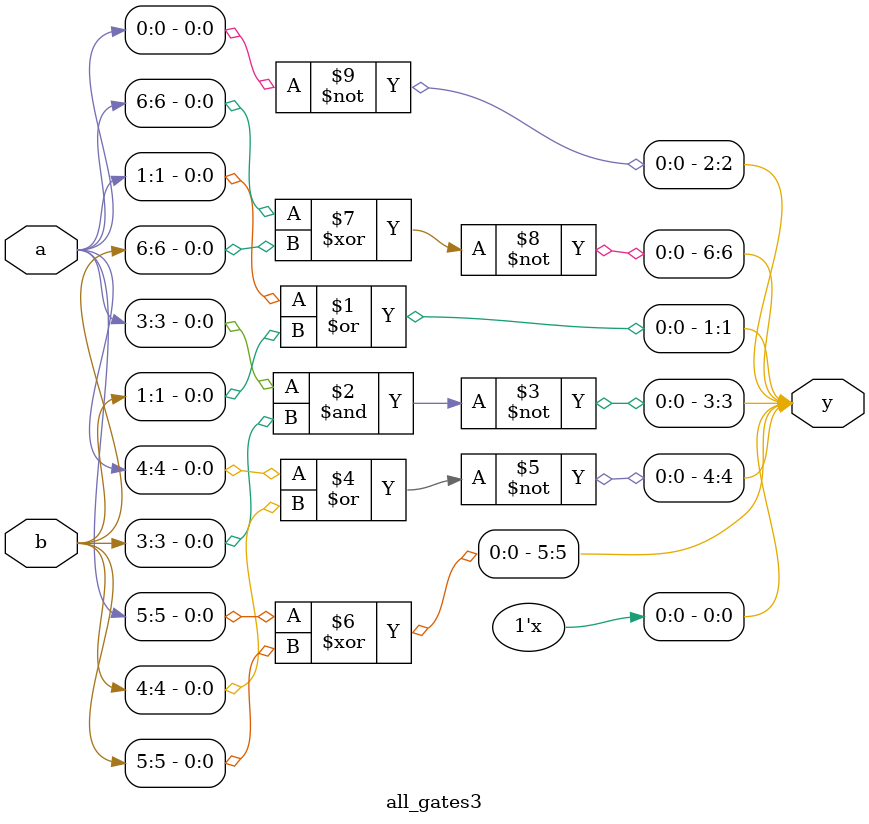
<source format=v>
module all_gates3(a,b,y);
  input[6:0]a,b;
  output[6:0]y;
  and(y[0],a[0].b[0]);
  or(y[1],a[1],b[1]);
  not(y[2],a[0]);
  nand(y[3],a[3],b[3]);
  nor(y[4],a[4],b[4]);
  xor(y[5],a[5],b[5]);
  xnor(y[6],a[6],b[6]);
endmodule


</source>
